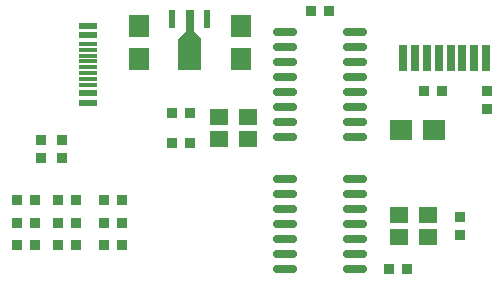
<source format=gtp>
G04*
G04 #@! TF.GenerationSoftware,Altium Limited,Altium Designer,22.6.1 (34)*
G04*
G04 Layer_Color=8421504*
%FSLAX44Y44*%
%MOMM*%
G71*
G04*
G04 #@! TF.SameCoordinates,64BB26C1-36A9-42FA-8A83-9A0FAFC5C5BC*
G04*
G04*
G04 #@! TF.FilePolarity,Positive*
G04*
G01*
G75*
%ADD14R,0.8500X0.8500*%
%ADD15R,1.9050X1.7145*%
%ADD16R,1.6500X1.4000*%
%ADD17R,1.6500X1.4000*%
%ADD18R,0.8500X0.8500*%
%ADD19O,2.0828X0.7000*%
%ADD20R,0.7000X2.2540*%
%ADD21R,0.5842X1.4986*%
%ADD22R,0.6604X1.4986*%
%ADD23R,1.7145X1.9050*%
%ADD24R,1.5360X0.6000*%
%ADD25R,1.5360X0.3000*%
G36*
X167132Y218186D02*
X173482Y211836D01*
Y185166D01*
X154178D01*
Y211836D01*
X160528Y218186D01*
Y222250D01*
X167132D01*
Y218186D01*
D02*
G37*
D14*
X348110Y16510D02*
D03*
X332610D02*
D03*
X282070Y234950D02*
D03*
X266570D02*
D03*
X377320Y167640D02*
D03*
X361820D02*
D03*
X17650Y74930D02*
D03*
X33150D02*
D03*
X67440D02*
D03*
X51940D02*
D03*
X67440Y55880D02*
D03*
X51940D02*
D03*
X17650D02*
D03*
X33150D02*
D03*
X17650Y36830D02*
D03*
X33150D02*
D03*
X67440D02*
D03*
X51940D02*
D03*
X106810Y74930D02*
D03*
X91310D02*
D03*
Y55880D02*
D03*
X106810D02*
D03*
X91310Y36830D02*
D03*
X106810D02*
D03*
X163960Y148590D02*
D03*
X148460D02*
D03*
Y123190D02*
D03*
X163960D02*
D03*
D15*
X342900Y134620D02*
D03*
X370840D02*
D03*
D16*
X365311Y44089D02*
D03*
X212911Y126639D02*
D03*
D17*
X340809Y44089D02*
D03*
Y62591D02*
D03*
X365311D02*
D03*
X188409Y126639D02*
D03*
Y145141D02*
D03*
X212911D02*
D03*
D18*
X392430Y45590D02*
D03*
Y61090D02*
D03*
X415290Y152270D02*
D03*
Y167770D02*
D03*
X55880Y110360D02*
D03*
Y125860D02*
D03*
X38100D02*
D03*
Y110360D02*
D03*
D19*
X244554Y92710D02*
D03*
Y29210D02*
D03*
Y16510D02*
D03*
X304086Y92710D02*
D03*
Y29210D02*
D03*
Y16510D02*
D03*
X244554Y80010D02*
D03*
Y67310D02*
D03*
Y54610D02*
D03*
Y41910D02*
D03*
X304086Y80010D02*
D03*
Y67310D02*
D03*
Y54610D02*
D03*
Y41910D02*
D03*
Y128270D02*
D03*
Y140970D02*
D03*
Y204470D02*
D03*
Y217170D02*
D03*
X244554Y128270D02*
D03*
Y140970D02*
D03*
Y204470D02*
D03*
Y217170D02*
D03*
X304086Y153670D02*
D03*
Y166370D02*
D03*
Y179070D02*
D03*
Y191770D02*
D03*
X244554Y153670D02*
D03*
Y166370D02*
D03*
Y179070D02*
D03*
Y191770D02*
D03*
D20*
X414730Y195580D02*
D03*
X404730D02*
D03*
X394730D02*
D03*
X384730D02*
D03*
X374730D02*
D03*
X364730D02*
D03*
X354730D02*
D03*
X344730D02*
D03*
D21*
X148830Y228727D02*
D03*
X178830D02*
D03*
D22*
X163830D02*
D03*
D23*
X207010Y194310D02*
D03*
Y222250D02*
D03*
X120650Y194310D02*
D03*
Y222250D02*
D03*
D24*
X77470Y222500D02*
D03*
Y214500D02*
D03*
Y165500D02*
D03*
Y157500D02*
D03*
D25*
Y207500D02*
D03*
Y202500D02*
D03*
Y197500D02*
D03*
Y192500D02*
D03*
Y187500D02*
D03*
Y182500D02*
D03*
Y177500D02*
D03*
Y172500D02*
D03*
M02*

</source>
